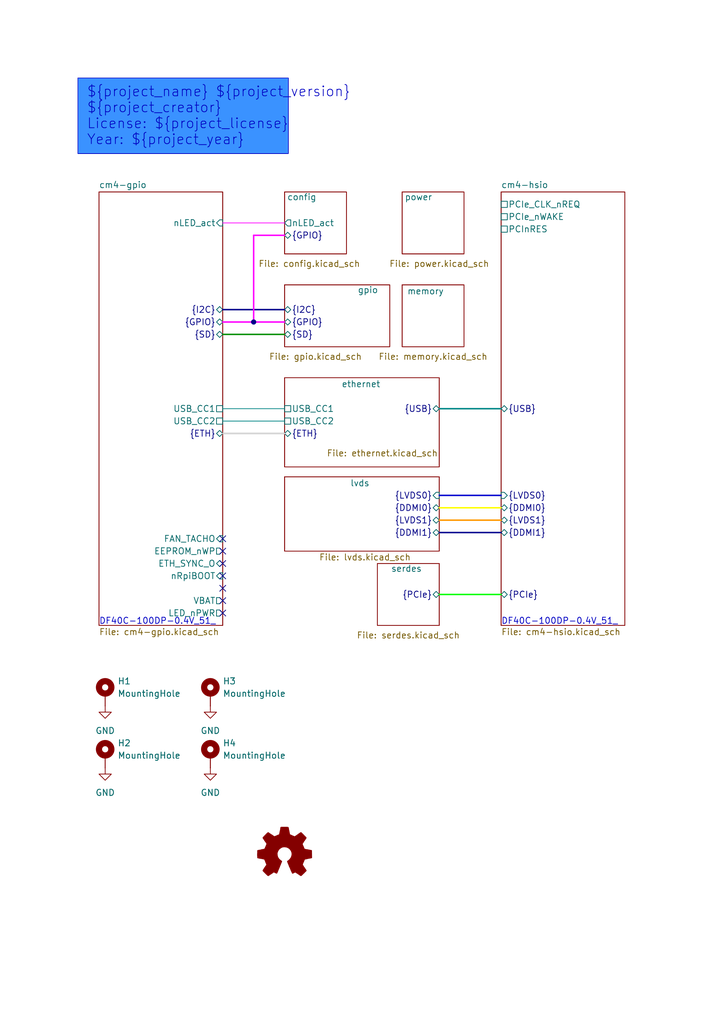
<source format=kicad_sch>
(kicad_sch (version 20250114) (generator "eeschema") (generator_version "9.0")
  (paper "A5" portrait)
  (title_block (title "${project_name}") (date "2025-06-24") (rev "${project_version}") (company "${project_creator}") (comment 1 "${project_license}"))
  (lib_symbols
    (symbol "Graphic:Logo_Open_Hardware_Small" (in_bom no) (on_board no)
      (symbol "Logo_Open_Hardware_Small_0_1"
        (polyline (pts (xy 3.3528 -4.3434) (xy 3.302 -4.318) (xy 3.175 -4.2418) (xy 2.9972 -4.1148) (xy 2.7686 -3.9624) (xy 2.54 -3.81) (xy 2.3622 -3.7084) (xy 2.2352 -3.6068) (xy 2.1844 -3.5814) (xy 2.159 -3.6068) (xy 2.0574 -3.6576) (xy 1.905 -3.7338) (xy 1.8034 -3.7846) (xy 1.6764 -3.8354) (xy 1.6002 -3.8354) (xy 1.6002 -3.8354) (xy 1.5494 -3.7338) (xy 1.4732 -3.5306) (xy 1.3462 -3.302) (xy 1.2446 -3.0226) (xy 1.1176 -2.7178) (xy 0.9652 -2.413) (xy 0.8636 -2.1082) (xy 0.7366 -1.8288) (xy 0.6604 -1.6256) (xy 0.6096 -1.4732) (xy 0.5842 -1.397) (xy 0.5842 -1.397) (xy 0.6604 -1.3208) (xy 0.7874 -1.2446) (xy 1.0414 -1.016) (xy 1.2954 -0.6858) (xy 1.4478 -0.3302) (xy 1.524 0.0762) (xy 1.4732 0.4572) (xy 1.3208 0.8128) (xy 1.0668 1.143) (xy 0.762 1.3716) (xy 0.4064 1.524) (xy 0 1.5748) (xy -0.381 1.5494) (xy -0.7366 1.397) (xy -1.0668 1.143) (xy -1.2192 0.9906) (xy -1.397 0.6604) (xy -1.524 0.3048) (xy -1.524 0.2286) (xy -1.4986 -0.1778) (xy -1.397 -0.5334) (xy -1.1938 -0.8636) (xy -0.9144 -1.143) (xy -0.8636 -1.1684) (xy -0.7366 -1.27) (xy -0.635 -1.3462) (xy -0.5842 -1.397) (xy -1.0668 -2.5908) (xy -1.143 -2.794) (xy -1.2954 -3.1242) (xy -1.397 -3.4036) (xy -1.4986 -3.6322) (xy -1.5748 -3.7846) (xy -1.6002 -3.8354) (xy -1.6002 -3.8354) (xy -1.651 -3.8354) (xy -1.7272 -3.81) (xy -1.905 -3.7338) (xy -2.0066 -3.683) (xy -2.1336 -3.6068) (xy -2.2098 -3.5814) (xy -2.2606 -3.6068) (xy -2.3622 -3.683) (xy -2.54 -3.81) (xy -2.7686 -3.9624) (xy -2.9718 -4.0894) (xy -3.1496 -4.2164) (xy -3.302 -4.318) (xy -3.3528 -4.3434) (xy -3.3782 -4.3434) (xy -3.429 -4.318) (xy -3.5306 -4.2164) (xy -3.7084 -4.064) (xy -3.937 -3.8354) (xy -3.9624 -3.81) (xy -4.1656 -3.6068) (xy -4.318 -3.4544) (xy -4.4196 -3.3274) (xy -4.445 -3.2766) (xy -4.445 -3.2766) (xy -4.4196 -3.2258) (xy -4.318 -3.0734) (xy -4.2164 -2.8956) (xy -4.064 -2.667) (xy -3.6576 -2.0828) (xy -3.8862 -1.5494) (xy -3.937 -1.3716) (xy -4.0386 -1.1684) (xy -4.0894 -1.0414) (xy -4.1148 -0.9652) (xy -4.191 -0.9398) (xy -4.318 -0.9144) (xy -4.5466 -0.8636) (xy -4.8006 -0.8128) (xy -5.0546 -0.7874) (xy -5.2578 -0.7366) (xy -5.4356 -0.7112) (xy -5.5118 -0.6858) (xy -5.5118 -0.6858) (xy -5.5372 -0.635) (xy -5.5372 -0.5588) (xy -5.5372 -0.4318) (xy -5.5626 -0.2286) (xy -5.5626 0.0762) (xy -5.5626 0.127) (xy -5.5372 0.4064) (xy -5.5372 0.635) (xy -5.5372 0.762) (xy -5.5372 0.8382) (xy -5.5372 0.8382) (xy -5.461 0.8382) (xy -5.3086 0.889) (xy -5.08 0.9144) (xy -4.826 0.9652) (xy -4.8006 0.9906) (xy -4.5466 1.0414) (xy -4.318 1.0668) (xy -4.1656 1.1176) (xy -4.0894 1.143) (xy -4.0894 1.143) (xy -4.0386 1.2446) (xy -3.9624 1.4224) (xy -3.8608 1.6256) (xy -3.7846 1.8288) (xy -3.7084 2.0066) (xy -3.6576 2.159) (xy -3.6322 2.2098) (xy -3.6322 2.2098) (xy -3.683 2.286) (xy -3.7592 2.413) (xy -3.8862 2.5908) (xy -4.064 2.8194) (xy -4.064 2.8448) (xy -4.2164 3.0734) (xy -4.3434 3.2512) (xy -4.4196 3.3782) (xy -4.445 3.4544) (xy -4.445 3.4544) (xy -4.3942 3.5052) (xy -4.2926 3.6322) (xy -4.1148 3.81) (xy -3.937 4.0132) (xy -3.8608 4.064) (xy -3.6576 4.2926) (xy -3.5052 4.4196) (xy -3.4036 4.4958) (xy -3.3528 4.5212) (xy -3.3528 4.5212) (xy -3.302 4.4704) (xy -3.1496 4.3688) (xy -2.9718 4.2418) (xy -2.7432 4.0894) (xy -2.7178 4.0894) (xy -2.4892 3.937) (xy -2.3114 3.81) (xy -2.1844 3.7084) (xy -2.1336 3.683) (xy -2.1082 3.683) (xy -2.032 3.7084) (xy -1.8542 3.7592) (xy -1.6764 3.8354) (xy -1.4732 3.937) (xy -1.27 4.0132) (xy -1.143 4.064) (xy -1.0668 4.1148) (xy -1.0668 4.1148) (xy -1.0414 4.191) (xy -1.016 4.3434) (xy -0.9652 4.572) (xy -0.9144 4.8514) (xy -0.889 4.9022) (xy -0.8382 5.1562) (xy -0.8128 5.3848) (xy -0.7874 5.5372) (xy -0.762 5.588) (xy -0.7112 5.6134) (xy -0.5842 5.6134) (xy -0.4064 5.6134) (xy -0.1524 5.6134) (xy 0.0762 5.6134) (xy 0.3302 5.6134) (xy 0.5334 5.6134) (xy 0.6858 5.588) (xy 0.7366 5.588) (xy 0.7366 5.588) (xy 0.762 5.5118) (xy 0.8128 5.334) (xy 0.8382 5.1054) (xy 0.9144 4.826) (xy 0.9144 4.7752) (xy 0.9652 4.5212) (xy 1.016 4.2926) (xy 1.0414 4.1402) (xy 1.0668 4.0894) (xy 1.0668 4.0894) (xy 1.1938 4.0386) (xy 1.3716 3.9624) (xy 1.5748 3.8608) (xy 2.0828 3.6576) (xy 2.7178 4.0894) (xy 2.7686 4.1402) (xy 2.9972 4.2926) (xy 3.175 4.4196) (xy 3.302 4.4958) (xy 3.3782 4.5212) (xy 3.3782 4.5212) (xy 3.429 4.4704) (xy 3.556 4.3434) (xy 3.7338 4.191) (xy 3.9116 3.9878) (xy 4.064 3.8354) (xy 4.2418 3.6576) (xy 4.3434 3.556) (xy 4.4196 3.4798) (xy 4.4196 3.429) (xy 4.4196 3.4036) (xy 4.3942 3.3274) (xy 4.2926 3.2004) (xy 4.1656 2.9972) (xy 4.0132 2.794) (xy 3.8862 2.5908) (xy 3.7592 2.3876) (xy 3.6576 2.2352) (xy 3.6322 2.159) (xy 3.6322 2.1336) (xy 3.683 2.0066) (xy 3.7592 1.8288) (xy 3.8608 1.6002) (xy 4.064 1.1176) (xy 4.3942 1.0414) (xy 4.5974 1.016) (xy 4.8768 0.9652) (xy 5.1308 0.9144) (xy 5.5372 0.8382) (xy 5.5626 -0.6604) (xy 5.4864 -0.6858) (xy 5.4356 -0.6858) (xy 5.2832 -0.7366) (xy 5.0546 -0.762) (xy 4.8006 -0.8128) (xy 4.5974 -0.8636) (xy 4.3688 -0.9144) (xy 4.2164 -0.9398) (xy 4.1402 -0.9398) (xy 4.1148 -0.9652) (xy 4.064 -1.0668) (xy 3.9878 -1.2446) (xy 3.9116 -1.4478) (xy 3.81 -1.651) (xy 3.7338 -1.8542) (xy 3.683 -2.0066) (xy 3.6576 -2.0828) (xy 3.683 -2.1336) (xy 3.7846 -2.2606) (xy 3.8862 -2.4638) (xy 4.0386 -2.667) (xy 4.191 -2.8956) (xy 4.318 -3.0734) (xy 4.3942 -3.2004) (xy 4.445 -3.2766) (xy 4.4196 -3.3274) (xy 4.3434 -3.429) (xy 4.1656 -3.5814) (xy 3.937 -3.8354) (xy 3.8862 -3.8608) (xy 3.683 -4.064) (xy 3.5306 -4.2164) (xy 3.4036 -4.318) (xy 3.3528 -4.3434)) (fill (type outline)))
      )
    )
    (symbol "Mechanical:MountingHole_Pad" (pin_numbers (hide yes)) (pin_names (offset 1.016) (hide yes)) (in_bom no)
      (property "Reference" "H" (at 0 6.35 0))
      (property "Value" "MountingHole_Pad" (at 0 4.445 0))
      (symbol "MountingHole_Pad_0_1"
        (circle (center 0 1.27) (radius 1.27) (stroke (width 1.27)))
      )
      (symbol "MountingHole_Pad_1_1"
        (pin input line (at 0 -2.54 90) (length 2.54) (name "1") (number "1"))
      )
    )
    (symbol "power:GND" (power) (pin_numbers (hide yes)) (pin_names (offset 0) (hide yes))
      (property "Value" "GND" (at 0 -3.81 0))
      (symbol "GND_0_1"
        (polyline (pts (xy 0 0) (xy 0 -1.27) (xy 1.27 -1.27) (xy 0 -2.54) (xy -1.27 -1.27) (xy 0 -1.27)))
      )
      (symbol "GND_1_1"
        (pin power_in line (at 0 0 270) (length 0) (name "~") (number "1"))
      )
    )
  )
  (rectangle (start 16.002 16.002) (end 59.182 31.496) (fill (type color) (color 58 146 255 1)))
  (text "DF40C-100DP-0.4V_51_" (at 20.32 128.27 0) (effects (font (size 1.27 1.27)) (justify left bottom)))
  (text "DF40C-100DP-0.4V_51_" (at 102.87 128.27 0) (effects (font (size 1.27 1.27)) (justify left bottom)))
  (text "${project_name} ${project_version}\n${project_creator}\nLicense: ${project_license}\nYear: ${project_year}" (at 17.78 17.78 0) (effects (font (size 2.032 2.032)) (justify left top)))
  (junction (at 52.07 66.04))
  (no_connect (at 45.72 118.11))
  (no_connect (at 45.72 115.57))
  (no_connect (at 45.72 110.49))
  (no_connect (at 45.72 120.65))
  (no_connect (at 45.72 113.03))
  (no_connect (at 45.72 123.19))
  (no_connect (at 45.72 125.73))
  (wire (pts (xy 45.72 83.82) (xy 58.42 83.82)) (stroke (width 0) (color 0 132 132 1)))
  (wire (pts (xy 45.72 86.36) (xy 58.42 86.36)) (stroke (width 0) (color 0 132 132 1)))
  (bus (pts (xy 52.07 48.26) (xy 58.42 48.26)) (stroke (width 0) (color 255 0 255 1)))
  (bus (pts (xy 90.17 106.68) (xy 102.87 106.68)) (stroke (width 0) (color 255 153 0 1)))
  (bus (pts (xy 52.07 66.04) (xy 52.07 48.26)) (stroke (width 0) (color 255 0 255 1)))
  (bus (pts (xy 90.17 101.6) (xy 102.87 101.6)) (stroke (width 0) (color 0 0 194 1)))
  (bus (pts (xy 45.72 66.04) (xy 52.07 66.04)) (stroke (width 0) (color 255 0 255 1)))
  (bus (pts (xy 52.07 66.04) (xy 58.42 66.04)) (stroke (width 0) (color 255 0 255 1)))
  (bus (pts (xy 90.17 83.82) (xy 102.87 83.82)) (stroke (width 0) (color 0 132 132 1)))
  (bus (pts (xy 90.17 109.22) (xy 102.87 109.22)))
  (bus (pts (xy 90.17 104.14) (xy 102.87 104.14)) (stroke (width 0) (color 255 255 0 1)))
  (wire (pts (xy 45.72 45.72) (xy 58.42 45.72)) (stroke (width 0) (color 255 0 255 1)))
  (bus (pts (xy 45.72 63.5) (xy 58.42 63.5)))
  (bus (pts (xy 45.72 88.9) (xy 58.42 88.9)) (stroke (width 0) (color 194 194 194 1)))
  (bus (pts (xy 90.17 121.92) (xy 102.87 121.92)) (stroke (width 0) (color 0 255 0 1)))
  (bus (pts (xy 45.72 68.58) (xy 58.42 68.58)) (stroke (width 0) (color 0 132 0 1)))
  (symbol (lib_id "Mechanical:MountingHole_Pad") (at 21.59 142.24 0) (unit 1) (in_bom no)
    (property "Reference" "H1" (at 24.13 139.6999 0) (effects (justify left)))
    (property "Value" "MountingHole" (at 24.13 142.2399 0) (effects (justify left)))
    (property "Footprint" "MountingHole:MountingHole_2.7mm_M2.5_DIN965_Pad" (effects (hide yes)))
    (property "Description" "Mounting Hole with connection" (effects (hide yes)))
  )
  (symbol (lib_id "power:GND") (at 43.18 144.78 0) (unit 1)
    (property "Reference" "#PWR061" (effects (hide yes)))
    (property "Value" "GND" (at 43.18 149.86 0))
    (property "Description" "Power symbol creates a global label with name \"GND\" , ground" (effects (hide yes)))
  )
  (symbol (lib_id "Mechanical:MountingHole_Pad") (at 43.18 142.24 0) (unit 1) (in_bom no)
    (property "Reference" "H3" (at 45.72 139.6999 0) (effects (justify left)))
    (property "Value" "MountingHole" (at 45.72 142.2399 0) (effects (justify left)))
    (property "Footprint" "MountingHole:MountingHole_2.7mm_M2.5_DIN965_Pad" (effects (hide yes)))
    (property "Description" "Mounting Hole with connection" (effects (hide yes)))
  )
  (symbol (lib_id "power:GND") (at 21.59 144.78 0) (unit 1)
    (property "Reference" "#PWR060" (effects (hide yes)))
    (property "Value" "GND" (at 21.59 149.86 0))
    (property "Description" "Power symbol creates a global label with name \"GND\" , ground" (effects (hide yes)))
  )
  (symbol (lib_id "Graphic:Logo_Open_Hardware_Small") (at 58.42 175.26 0) (unit 1) (exclude_from_sim yes) (in_bom no) (on_board no)
    (property "Reference" "#SYM1" (effects (hide yes)))
    (property "Value" "Logo_Open_Hardware_Small" (effects (hide yes)))
  )
  (symbol (lib_id "power:GND") (at 43.18 157.48 0) (unit 1)
    (property "Reference" "#PWR075" (effects (hide yes)))
    (property "Value" "GND" (at 43.18 162.56 0))
    (property "Description" "Power symbol creates a global label with name \"GND\" , ground" (effects (hide yes)))
  )
  (symbol (lib_id "power:GND") (at 21.59 157.48 0) (unit 1)
    (property "Reference" "#PWR072" (effects (hide yes)))
    (property "Value" "GND" (at 21.59 162.56 0))
    (property "Description" "Power symbol creates a global label with name \"GND\" , ground" (effects (hide yes)))
  )
  (symbol (lib_id "Mechanical:MountingHole_Pad") (at 43.18 154.94 0) (unit 1) (in_bom no)
    (property "Reference" "H4" (at 45.72 152.3999 0) (effects (justify left)))
    (property "Value" "MountingHole" (at 45.72 154.9399 0) (effects (justify left)))
    (property "Footprint" "MountingHole:MountingHole_2.7mm_M2.5_DIN965_Pad" (effects (hide yes)))
    (property "Description" "Mounting Hole with connection" (effects (hide yes)))
  )
  (symbol (lib_id "Mechanical:MountingHole_Pad") (at 21.59 154.94 0) (unit 1) (in_bom no)
    (property "Reference" "H2" (at 24.13 152.3999 0) (effects (justify left)))
    (property "Value" "MountingHole" (at 24.13 154.9399 0) (effects (justify left)))
    (property "Footprint" "MountingHole:MountingHole_2.7mm_M2.5_DIN965_Pad" (effects (hide yes)))
    (property "Description" "Mounting Hole with connection" (effects (hide yes)))
  )
  (sheet (at 77.47 115.57) (size 12.7 12.7) (stroke (width 0.1524))
    (property "Sheetname" "serdes" (at 80.264 117.348 0) (effects (justify left bottom)))
    (property "Sheetfile" "serdes.kicad_sch" (at 83.82 129.54 0) (effects (justify top)))
    (pin "{PCIe}" bidirectional (at 90.17 121.92 0))
  )
  (sheet (at 58.42 39.37) (size 12.7 12.7) (stroke (width 0.1524))
    (property "Sheetname" "config" (at 58.928 41.148 0) (effects (justify left bottom)))
    (property "Sheetfile" "config.kicad_sch" (at 63.5 53.34 0) (effects (justify top)))
    (pin "nLED_act" output (at 58.42 45.72 180))
    (pin "{GPIO}" bidirectional (at 58.42 48.26 180))
  )
  (sheet (at 20.32 39.37) (size 25.4 88.9) (stroke (width 0.1524))
    (property "Sheetname" "cm4-gpio" (at 20.32 38.6584 0) (effects (justify left bottom)))
    (property "Sheetfile" "cm4-gpio.kicad_sch" (at 20.32 128.8546 0) (effects (justify left top)))
    (pin "{GPIO}" bidirectional (at 45.72 66.04 0))
    (pin "{ETH}" bidirectional (at 45.72 88.9 0))
    (pin "nLED_act" input (at 45.72 45.72 0))
    (pin "{SD}" bidirectional (at 45.72 68.58 0))
    (pin "EEPROM_nWP" output (at 45.72 113.03 0))
    (pin "ETH_SYNC_O" bidirectional (at 45.72 115.57 0))
    (pin "FAN_TACHO" input (at 45.72 110.49 0))
    (pin "LED_nPWR" output (at 45.72 125.73 0))
    (pin "nRpiBOOT" input (at 45.72 118.11 0))
    (pin "USB_CC1" passive (at 45.72 83.82 0))
    (pin "USB_CC2" passive (at 45.72 86.36 0))
    (pin "VBAT" output (at 45.72 123.19 0))
    (pin "{I2C}" bidirectional (at 45.72 63.5 0))
  )
  (sheet (at 82.55 39.37) (size 12.7 12.7) (stroke (width 0.1524))
    (property "Sheetname" "power" (at 83.058 41.148 0) (effects (justify left bottom)))
    (property "Sheetfile" "power.kicad_sch" (at 90.17 53.34 0) (effects (justify top)))
  )
  (sheet (at 58.42 77.47) (size 31.75 18.288) (stroke (width 0.1524))
    (property "Sheetname" "ethernet" (at 70.104 79.502 0) (effects (justify left bottom)))
    (property "Sheetfile" "ethernet.kicad_sch" (at 78.486 92.202 0) (effects (justify top)))
    (pin "{USB}" bidirectional (at 90.17 83.82 0))
    (pin "{ETH}" bidirectional (at 58.42 88.9 180))
    (pin "USB_CC1" passive (at 58.42 83.82 180))
    (pin "USB_CC2" passive (at 58.42 86.36 180))
  )
  (sheet (at 58.42 58.42) (size 21.59 12.7) (stroke (width 0.1524))
    (property "Sheetname" "gpio" (at 73.406 60.198 0) (effects (justify left bottom)))
    (property "Sheetfile" "gpio.kicad_sch" (at 64.77 72.39 0) (effects (justify top)))
    (pin "{GPIO}" bidirectional (at 58.42 66.04 180))
    (pin "{SD}" bidirectional (at 58.42 68.58 180))
    (pin "{I2C}" bidirectional (at 58.42 63.5 180))
  )
  (sheet (at 58.42 97.79) (size 31.75 15.24) (stroke (width 0.1524))
    (property "Sheetname" "lvds" (at 71.882 99.822 0) (effects (justify left bottom)))
    (property "Sheetfile" "lvds.kicad_sch" (at 74.93 113.538 0) (effects (justify top)))
    (pin "{DDMI0}" bidirectional (at 90.17 104.14 0))
    (pin "{LVDS0}" input (at 90.17 101.6 0))
    (pin "{LVDS1}" bidirectional (at 90.17 106.68 0))
    (pin "{DDMI1}" bidirectional (at 90.17 109.22 0))
  )
  (sheet (at 102.87 39.37) (size 25.4 88.9) (stroke (width 0.1524))
    (property "Sheetname" "cm4-hsio" (at 102.87 38.6584 0) (effects (justify left bottom)))
    (property "Sheetfile" "cm4-hsio.kicad_sch" (at 102.87 128.8546 0) (effects (justify left top)))
    (pin "{DDMI0}" bidirectional (at 102.87 104.14 180))
    (pin "{PCIe}" bidirectional (at 102.87 121.92 180))
    (pin "{USB}" bidirectional (at 102.87 83.82 180))
    (pin "{DDMI1}" bidirectional (at 102.87 109.22 180))
    (pin "PCIe_CLK_nREQ" passive (at 102.87 41.91 180))
    (pin "PCIe_nWAKE" passive (at 102.87 44.45 180))
    (pin "PCInRES" passive (at 102.87 46.99 180))
    (pin "{LVDS0}" input (at 102.87 101.6 180))
    (pin "{LVDS1}" bidirectional (at 102.87 106.68 180))
  )
  (sheet (at 82.55 58.42) (size 12.7 12.7) (stroke (width 0.1524))
    (property "Sheetname" "memory" (at 83.566 60.452 0) (effects (justify left bottom)))
    (property "Sheetfile" "memory.kicad_sch" (at 88.9 72.39 0) (effects (justify top)))
  )
)
</source>
